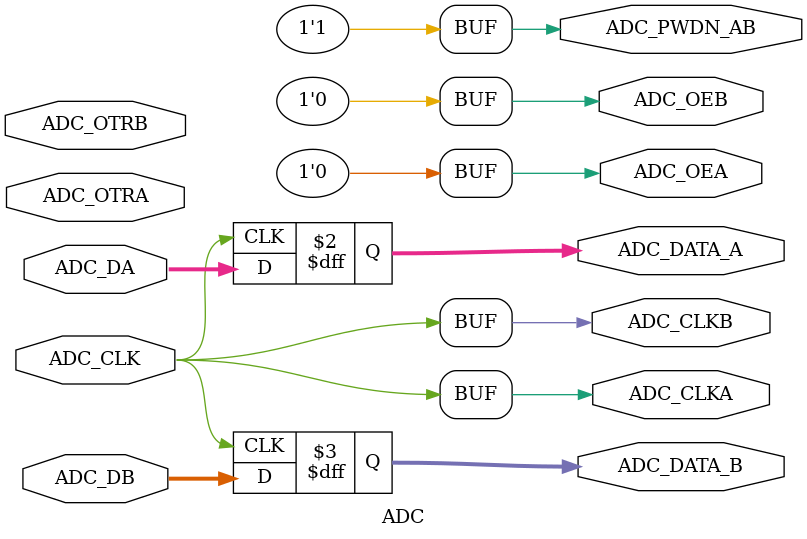
<source format=v>
module ADC(
		ADC_CLK,		//Internal ADC clock
		
		ADC_CLKA,		//Output to GPIO
		ADC_CLKB,		//Output to GPIO

		ADC_DA,			//Input from GPIO
		ADC_OTRA,		//Input from GPIO
		ADC_OEA,		//Output to GPIO
				
		ADC_DB,			//Input from GPIO
		ADC_OTRB,		//Input from GPIO
		ADC_OEB,		//Output to GPIO
		
		ADC_PWDN_AB,	//Output to GPIO
		
		ADC_DATA_A,			//Internal ADC data
		ADC_DATA_B);			//Internal ADC data
				

//////////////////////// ADC Physical Pins ////////////////////
input		[13:0] ADC_DA;	//Input from GPIO
input		ADC_OTRA;		//Input from GPIO
output		ADC_OEA;		//Output to GPIO
output		ADC_CLKA;		//Output to GPIO
				
input		[13:0] ADC_DB;	//Input from GPIO
input		ADC_OTRB;		//Input from GPIO
output		ADC_OEB;		//Output to GPIO
output		ADC_CLKB;		//Output to GPIO
		
output		ADC_PWDN_AB;	//Output to GPIO

////////////////////////  ADC Internal Port //////////////////
input ADC_CLK;
output reg  [13:0]ADC_DATA_A;
output reg  [13:0]ADC_DATA_B;

assign ADC_CLKA = ADC_CLK;
assign ADC_CLKB = ADC_CLK;
assign ADC_OEA = 0;
assign ADC_OEB = 0;
assign ADC_PWDN_AB = 1;

always @( posedge ADC_CLK )
	begin
		ADC_DATA_A <= ADC_DA;
		ADC_DATA_B <= ADC_DB;
	end

endmodule 

</source>
